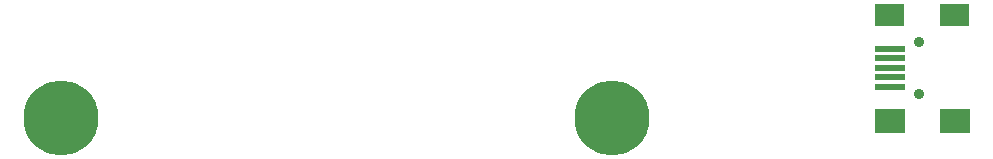
<source format=gtp>
G04 MADE WITH FRITZING*
G04 WWW.FRITZING.ORG*
G04 DOUBLE SIDED*
G04 HOLES PLATED*
G04 CONTOUR ON CENTER OF CONTOUR VECTOR*
%ASAXBY*%
%FSLAX23Y23*%
%MOIN*%
%OFA0B0*%
%SFA1.0B1.0*%
%ADD10C,0.035433*%
%ADD11C,0.250000*%
%ADD12C,0.125000*%
%ADD13R,0.098425X0.019685*%
%ADD14R,0.098425X0.078740*%
%ADD15R,0.001000X0.001000*%
%LNPASTEMASK1*%
G90*
G70*
G54D10*
X3030Y813D03*
X3030Y987D03*
X3030Y813D03*
X3030Y987D03*
G54D11*
X2006Y733D03*
X170Y733D03*
G54D12*
X2006Y733D03*
X170Y733D03*
G54D13*
X2932Y900D03*
X2932Y869D03*
X2932Y963D03*
X2932Y932D03*
G54D14*
X3148Y723D03*
X2932Y723D03*
G54D13*
X2932Y837D03*
G54D15*
X2883Y1112D02*
X2980Y1112D01*
X3099Y1112D02*
X3197Y1112D01*
X2883Y1111D02*
X2980Y1111D01*
X3099Y1111D02*
X3197Y1111D01*
X2883Y1110D02*
X2980Y1110D01*
X3099Y1110D02*
X3197Y1110D01*
X2883Y1109D02*
X2980Y1109D01*
X3099Y1109D02*
X3197Y1109D01*
X2883Y1108D02*
X2980Y1108D01*
X3099Y1108D02*
X3197Y1108D01*
X2883Y1107D02*
X2980Y1107D01*
X3099Y1107D02*
X3197Y1107D01*
X2883Y1106D02*
X2980Y1106D01*
X3099Y1106D02*
X3197Y1106D01*
X2883Y1105D02*
X2980Y1105D01*
X3099Y1105D02*
X3197Y1105D01*
X2883Y1104D02*
X2980Y1104D01*
X3099Y1104D02*
X3197Y1104D01*
X2883Y1103D02*
X2980Y1103D01*
X3099Y1103D02*
X3197Y1103D01*
X2883Y1102D02*
X2980Y1102D01*
X3099Y1102D02*
X3197Y1102D01*
X2883Y1101D02*
X2980Y1101D01*
X3099Y1101D02*
X3197Y1101D01*
X2883Y1100D02*
X2980Y1100D01*
X3099Y1100D02*
X3197Y1100D01*
X2883Y1099D02*
X2980Y1099D01*
X3099Y1099D02*
X3197Y1099D01*
X2883Y1098D02*
X2980Y1098D01*
X3099Y1098D02*
X3197Y1098D01*
X2883Y1097D02*
X2980Y1097D01*
X3099Y1097D02*
X3197Y1097D01*
X2883Y1096D02*
X2980Y1096D01*
X3099Y1096D02*
X3197Y1096D01*
X2883Y1095D02*
X2980Y1095D01*
X3099Y1095D02*
X3197Y1095D01*
X2883Y1094D02*
X2980Y1094D01*
X3099Y1094D02*
X3197Y1094D01*
X2883Y1093D02*
X2980Y1093D01*
X3099Y1093D02*
X3197Y1093D01*
X2883Y1092D02*
X2980Y1092D01*
X3099Y1092D02*
X3197Y1092D01*
X2883Y1091D02*
X2980Y1091D01*
X3099Y1091D02*
X3197Y1091D01*
X2883Y1090D02*
X2980Y1090D01*
X3099Y1090D02*
X3197Y1090D01*
X2883Y1089D02*
X2980Y1089D01*
X3099Y1089D02*
X3197Y1089D01*
X2883Y1088D02*
X2980Y1088D01*
X3099Y1088D02*
X3197Y1088D01*
X2883Y1087D02*
X2980Y1087D01*
X3099Y1087D02*
X3197Y1087D01*
X2883Y1086D02*
X2980Y1086D01*
X3099Y1086D02*
X3197Y1086D01*
X2883Y1085D02*
X2980Y1085D01*
X3099Y1085D02*
X3197Y1085D01*
X2883Y1084D02*
X2980Y1084D01*
X3099Y1084D02*
X3197Y1084D01*
X2883Y1083D02*
X2980Y1083D01*
X3099Y1083D02*
X3197Y1083D01*
X2883Y1082D02*
X2980Y1082D01*
X3099Y1082D02*
X3197Y1082D01*
X2883Y1081D02*
X2980Y1081D01*
X3099Y1081D02*
X3197Y1081D01*
X2883Y1080D02*
X2980Y1080D01*
X3099Y1080D02*
X3197Y1080D01*
X2883Y1079D02*
X2980Y1079D01*
X3099Y1079D02*
X3197Y1079D01*
X2883Y1078D02*
X2980Y1078D01*
X3099Y1078D02*
X3197Y1078D01*
X2883Y1077D02*
X2980Y1077D01*
X3099Y1077D02*
X3197Y1077D01*
X2883Y1076D02*
X2980Y1076D01*
X3099Y1076D02*
X3197Y1076D01*
X2883Y1075D02*
X2980Y1075D01*
X3099Y1075D02*
X3197Y1075D01*
X2883Y1074D02*
X2980Y1074D01*
X3099Y1074D02*
X3197Y1074D01*
X2883Y1073D02*
X2980Y1073D01*
X3099Y1073D02*
X3197Y1073D01*
X2883Y1072D02*
X2980Y1072D01*
X3099Y1072D02*
X3197Y1072D01*
X2883Y1071D02*
X2980Y1071D01*
X3099Y1071D02*
X3197Y1071D01*
X2883Y1070D02*
X2980Y1070D01*
X3099Y1070D02*
X3197Y1070D01*
X2883Y1069D02*
X2980Y1069D01*
X3099Y1069D02*
X3197Y1069D01*
X2883Y1068D02*
X2980Y1068D01*
X3099Y1068D02*
X3197Y1068D01*
X2883Y1067D02*
X2980Y1067D01*
X3099Y1067D02*
X3197Y1067D01*
X2883Y1066D02*
X2980Y1066D01*
X3099Y1066D02*
X3197Y1066D01*
X2883Y1065D02*
X2980Y1065D01*
X3099Y1065D02*
X3197Y1065D01*
X2883Y1064D02*
X2980Y1064D01*
X3099Y1064D02*
X3197Y1064D01*
X2883Y1063D02*
X2980Y1063D01*
X3099Y1063D02*
X3197Y1063D01*
X2883Y1062D02*
X2980Y1062D01*
X3099Y1062D02*
X3197Y1062D01*
X2883Y1061D02*
X2980Y1061D01*
X3099Y1061D02*
X3197Y1061D01*
X2883Y1060D02*
X2980Y1060D01*
X3099Y1060D02*
X3197Y1060D01*
X2883Y1059D02*
X2980Y1059D01*
X3099Y1059D02*
X3197Y1059D01*
X2883Y1058D02*
X2980Y1058D01*
X3099Y1058D02*
X3197Y1058D01*
X2883Y1057D02*
X2980Y1057D01*
X3099Y1057D02*
X3197Y1057D01*
X2883Y1056D02*
X2980Y1056D01*
X3099Y1056D02*
X3197Y1056D01*
X2883Y1055D02*
X2980Y1055D01*
X3099Y1055D02*
X3197Y1055D01*
X2883Y1054D02*
X2980Y1054D01*
X3099Y1054D02*
X3197Y1054D01*
X2883Y1053D02*
X2980Y1053D01*
X3099Y1053D02*
X3197Y1053D01*
X2883Y1052D02*
X2980Y1052D01*
X3099Y1052D02*
X3197Y1052D01*
X2883Y1051D02*
X2980Y1051D01*
X3099Y1051D02*
X3197Y1051D01*
X2883Y1050D02*
X2980Y1050D01*
X3099Y1050D02*
X3197Y1050D01*
X2883Y1049D02*
X2980Y1049D01*
X3099Y1049D02*
X3197Y1049D01*
X2883Y1048D02*
X2980Y1048D01*
X3099Y1048D02*
X3197Y1048D01*
X2883Y1047D02*
X2980Y1047D01*
X3099Y1047D02*
X3197Y1047D01*
X2883Y1046D02*
X2980Y1046D01*
X3099Y1046D02*
X3197Y1046D01*
X2883Y1045D02*
X2980Y1045D01*
X3099Y1045D02*
X3197Y1045D01*
X2883Y1044D02*
X2980Y1044D01*
X3099Y1044D02*
X3197Y1044D01*
X2883Y1043D02*
X2980Y1043D01*
X3099Y1043D02*
X3197Y1043D01*
X2883Y1042D02*
X2980Y1042D01*
X3099Y1042D02*
X3197Y1042D01*
X2883Y1041D02*
X2980Y1041D01*
X3099Y1041D02*
X3197Y1041D01*
X2883Y1040D02*
X2980Y1040D01*
X3099Y1040D02*
X3197Y1040D01*
X2883Y1039D02*
X2980Y1039D01*
X3099Y1039D02*
X3197Y1039D01*
D02*
G04 End of PasteMask1*
M02*
</source>
